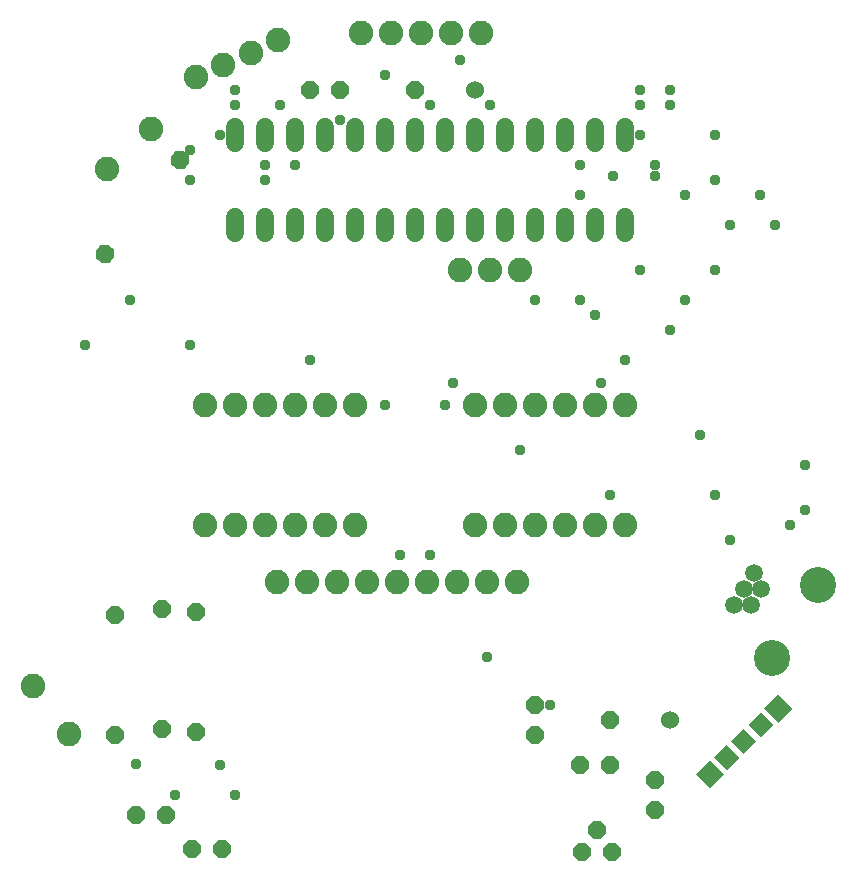
<source format=gbr>
G04 EAGLE Gerber RS-274X export*
G75*
%MOMM*%
%FSLAX34Y34*%
%LPD*%
%INSoldermask Bottom*%
%IPPOS*%
%AMOC8*
5,1,8,0,0,1.08239X$1,22.5*%
G01*
%ADD10P,1.649562X8X202.500000*%
%ADD11P,1.649562X8X292.500000*%
%ADD12P,1.649562X8X112.500000*%
%ADD13C,1.524000*%
%ADD14C,1.511200*%
%ADD15C,3.053200*%
%ADD16P,1.649562X8X253.800000*%
%ADD17C,1.524000*%
%ADD18R,1.711200X1.711200*%
%ADD19R,1.511200X1.511200*%
%ADD20P,1.649562X8X22.500000*%
%ADD21C,2.082800*%
%ADD22C,0.959600*%


D10*
X165100Y-241300D03*
X139700Y-241300D03*
D11*
X101600Y-190500D03*
X101600Y-215900D03*
D10*
X-63500Y330200D03*
X-88900Y330200D03*
D12*
X203200Y-279400D03*
X203200Y-254000D03*
D13*
X50800Y330200D03*
D10*
X0Y330200D03*
D13*
X215900Y-203200D03*
D10*
X165100Y-203200D03*
D14*
X269604Y-105833D03*
X278107Y-92279D03*
X286609Y-78725D03*
X284021Y-105432D03*
X292523Y-91878D03*
D15*
X340706Y-88460D03*
X301914Y-150300D03*
D10*
X-163830Y-312420D03*
X-189230Y-312420D03*
X-210820Y-283210D03*
X-236220Y-283210D03*
D11*
X-185420Y-111760D03*
X-185420Y-213360D03*
X-214630Y-109220D03*
X-214630Y-210820D03*
X-254000Y-114300D03*
X-254000Y-215900D03*
D16*
X-199378Y270786D03*
X-262902Y191494D03*
D17*
X-152400Y209296D02*
X-152400Y222504D01*
X-127000Y222504D02*
X-127000Y209296D01*
X-101600Y209296D02*
X-101600Y222504D01*
X-76200Y222504D02*
X-76200Y209296D01*
X-50800Y209296D02*
X-50800Y222504D01*
X-25400Y222504D02*
X-25400Y209296D01*
X0Y209296D02*
X0Y222504D01*
X25400Y222504D02*
X25400Y209296D01*
X50800Y209296D02*
X50800Y222504D01*
X76200Y222504D02*
X76200Y209296D01*
X101600Y209296D02*
X101600Y222504D01*
X127000Y222504D02*
X127000Y209296D01*
X152400Y209296D02*
X152400Y222504D01*
X177800Y222504D02*
X177800Y209296D01*
X177800Y285496D02*
X177800Y298704D01*
X152400Y298704D02*
X152400Y285496D01*
X127000Y285496D02*
X127000Y298704D01*
X101600Y298704D02*
X101600Y285496D01*
X76200Y285496D02*
X76200Y298704D01*
X50800Y298704D02*
X50800Y285496D01*
X25400Y285496D02*
X25400Y298704D01*
X0Y298704D02*
X0Y285496D01*
X-25400Y285496D02*
X-25400Y298704D01*
X-50800Y298704D02*
X-50800Y285496D01*
X-76200Y285496D02*
X-76200Y298704D01*
X-101600Y298704D02*
X-101600Y285496D01*
X-127000Y285496D02*
X-127000Y298704D01*
X-152400Y298704D02*
X-152400Y285496D01*
D18*
G36*
X294855Y-193012D02*
X307184Y-181147D01*
X319049Y-193476D01*
X306720Y-205341D01*
X294855Y-193012D01*
G37*
G36*
X237211Y-248484D02*
X249540Y-236619D01*
X261405Y-248948D01*
X249076Y-260813D01*
X237211Y-248484D01*
G37*
D19*
G36*
X281858Y-206907D02*
X292746Y-196429D01*
X303224Y-207317D01*
X292336Y-217795D01*
X281858Y-206907D01*
G37*
G36*
X267447Y-220775D02*
X278335Y-210297D01*
X288813Y-221185D01*
X277925Y-231663D01*
X267447Y-220775D01*
G37*
G36*
X253036Y-234643D02*
X263924Y-224165D01*
X274402Y-235053D01*
X263514Y-245531D01*
X253036Y-234643D01*
G37*
D20*
X166370Y-314960D03*
X153670Y-295910D03*
X140970Y-314960D03*
D21*
X-261476Y263707D03*
X-223664Y297633D03*
X-324002Y-174105D03*
X-293218Y-214515D03*
X55880Y378460D03*
X30480Y378460D03*
X5080Y378460D03*
X-20320Y378460D03*
X-45720Y378460D03*
X38100Y177800D03*
X63500Y177800D03*
X88900Y177800D03*
X86360Y-86360D03*
X60960Y-86360D03*
X35560Y-86360D03*
X10160Y-86360D03*
X-15240Y-86360D03*
X-40640Y-86360D03*
X-66040Y-86360D03*
X-91440Y-86360D03*
X-116840Y-86360D03*
X-185963Y341434D03*
X-162741Y351725D03*
X-139519Y362015D03*
X-116297Y372306D03*
X-177800Y-38100D03*
X-152400Y-38100D03*
X-127000Y-38100D03*
X-101600Y-38100D03*
X-76200Y-38100D03*
X-50800Y-38100D03*
X-177800Y63500D03*
X-152400Y63500D03*
X-127000Y63500D03*
X-101600Y63500D03*
X-76200Y63500D03*
X-50800Y63500D03*
X177800Y63500D03*
X152400Y63500D03*
X127000Y63500D03*
X101600Y63500D03*
X76200Y63500D03*
X50800Y63500D03*
X177800Y-38100D03*
X152400Y-38100D03*
X127000Y-38100D03*
X101600Y-38100D03*
X76200Y-38100D03*
X50800Y-38100D03*
D22*
X-236220Y-240030D03*
X-165100Y-241300D03*
X215900Y127000D03*
X152400Y139700D03*
X-190500Y279400D03*
X-165100Y292100D03*
X-152400Y317500D03*
X-114300Y317500D03*
X114300Y-190500D03*
X60960Y-149860D03*
X254000Y292100D03*
X190500Y292100D03*
X-279400Y114300D03*
X-190500Y114300D03*
X-152400Y330200D03*
X38100Y355600D03*
X-101600Y266700D03*
X-127000Y266700D03*
X-63500Y304800D03*
X-25400Y342900D03*
X-12700Y-63500D03*
X12700Y-63500D03*
X-241300Y152400D03*
X101600Y152400D03*
X254000Y177800D03*
X190500Y177800D03*
X-190500Y254000D03*
X-127000Y254000D03*
X317500Y-38100D03*
X330200Y-25400D03*
X292100Y241300D03*
X254000Y254000D03*
X215900Y317500D03*
X190500Y317500D03*
X63500Y317500D03*
X12700Y317500D03*
X165100Y-12700D03*
X254000Y-12700D03*
X228600Y241300D03*
X139700Y241300D03*
X-88900Y101600D03*
X177800Y101600D03*
X203200Y266700D03*
X139700Y266700D03*
X25400Y63500D03*
X-25400Y63500D03*
X31750Y82550D03*
X157480Y82550D03*
X203200Y257612D03*
X167640Y257810D03*
X-203200Y-266700D03*
X-152400Y-266700D03*
X266700Y-50800D03*
X330200Y12700D03*
X304800Y215900D03*
X266700Y215900D03*
X215900Y330200D03*
X190500Y330200D03*
X88900Y25400D03*
X241300Y38100D03*
X228600Y152400D03*
X139700Y152400D03*
M02*

</source>
